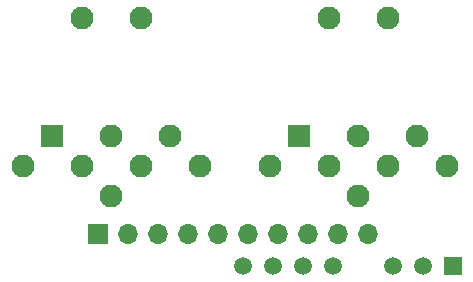
<source format=gbr>
%TF.GenerationSoftware,KiCad,Pcbnew,9.0.1*%
%TF.CreationDate,2025-06-09T14:27:30-04:00*%
%TF.ProjectId,Ceinture_respiration_Shield,4365696e-7475-4726-955f-726573706972,1.1*%
%TF.SameCoordinates,Original*%
%TF.FileFunction,Soldermask,Top*%
%TF.FilePolarity,Negative*%
%FSLAX46Y46*%
G04 Gerber Fmt 4.6, Leading zero omitted, Abs format (unit mm)*
G04 Created by KiCad (PCBNEW 9.0.1) date 2025-06-09 14:27:30*
%MOMM*%
%LPD*%
G01*
G04 APERTURE LIST*
%ADD10R,1.508000X1.508000*%
%ADD11C,1.508000*%
%ADD12R,1.950000X1.950000*%
%ADD13C,1.950000*%
%ADD14R,1.700000X1.700000*%
%ADD15O,1.700000X1.700000*%
G04 APERTURE END LIST*
D10*
%TO.C,PS1*%
X41507500Y2372500D03*
D11*
X38967500Y2372500D03*
X36427500Y2372500D03*
X31347500Y2372500D03*
X28807500Y2372500D03*
X26267500Y2372500D03*
X23727500Y2372500D03*
%TD*%
D12*
%TO.C,J7*%
X28500000Y13370500D03*
D13*
X33500000Y13370500D03*
X38500000Y13370500D03*
X31000000Y10870500D03*
X36000000Y10870500D03*
X26000000Y10870500D03*
X41000000Y10870500D03*
X36000000Y23370500D03*
X31000000Y23370500D03*
X33500000Y8370500D03*
%TD*%
D12*
%TO.C,J6*%
X7594500Y13370500D03*
D13*
X12594500Y13370500D03*
X17594500Y13370500D03*
X10094500Y10870500D03*
X15094500Y10870500D03*
X5094500Y10870500D03*
X20094500Y10870500D03*
X15094500Y23370500D03*
X10094500Y23370500D03*
X12594500Y8370500D03*
%TD*%
D14*
%TO.C,J1*%
X11500000Y5120500D03*
D15*
X14040000Y5120500D03*
X16580000Y5120500D03*
X19120000Y5120500D03*
X21660000Y5120500D03*
X24200000Y5120500D03*
X26740000Y5120500D03*
X29280000Y5120500D03*
X31820000Y5120500D03*
X34360000Y5120500D03*
%TD*%
M02*

</source>
